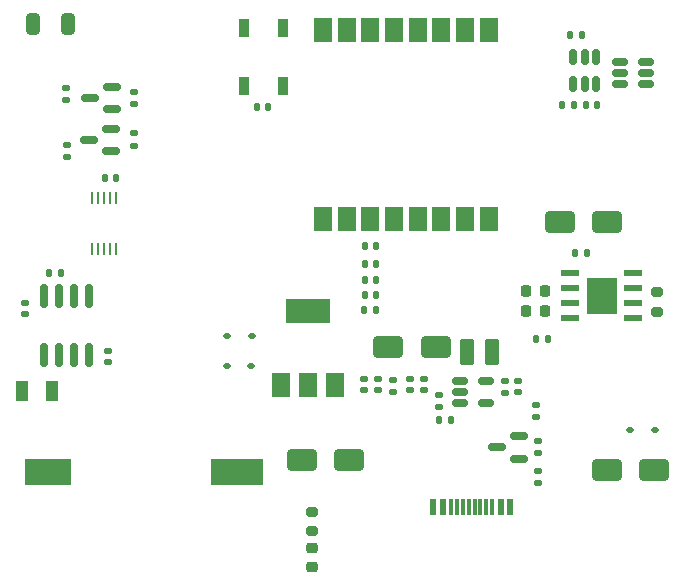
<source format=gtp>
G04 #@! TF.GenerationSoftware,KiCad,Pcbnew,7.0.7*
G04 #@! TF.CreationDate,2023-12-10T12:49:09-04:00*
G04 #@! TF.ProjectId,Pi hat LoRa,50692068-6174-4204-9c6f-52612e6b6963,rev?*
G04 #@! TF.SameCoordinates,Original*
G04 #@! TF.FileFunction,Paste,Top*
G04 #@! TF.FilePolarity,Positive*
%FSLAX46Y46*%
G04 Gerber Fmt 4.6, Leading zero omitted, Abs format (unit mm)*
G04 Created by KiCad (PCBNEW 7.0.7) date 2023-12-10 12:49:09*
%MOMM*%
%LPD*%
G01*
G04 APERTURE LIST*
G04 Aperture macros list*
%AMRoundRect*
0 Rectangle with rounded corners*
0 $1 Rounding radius*
0 $2 $3 $4 $5 $6 $7 $8 $9 X,Y pos of 4 corners*
0 Add a 4 corners polygon primitive as box body*
4,1,4,$2,$3,$4,$5,$6,$7,$8,$9,$2,$3,0*
0 Add four circle primitives for the rounded corners*
1,1,$1+$1,$2,$3*
1,1,$1+$1,$4,$5*
1,1,$1+$1,$6,$7*
1,1,$1+$1,$8,$9*
0 Add four rect primitives between the rounded corners*
20,1,$1+$1,$2,$3,$4,$5,0*
20,1,$1+$1,$4,$5,$6,$7,0*
20,1,$1+$1,$6,$7,$8,$9,0*
20,1,$1+$1,$8,$9,$2,$3,0*%
G04 Aperture macros list end*
%ADD10RoundRect,0.135000X0.185000X-0.135000X0.185000X0.135000X-0.185000X0.135000X-0.185000X-0.135000X0*%
%ADD11RoundRect,0.150000X-0.150000X0.512500X-0.150000X-0.512500X0.150000X-0.512500X0.150000X0.512500X0*%
%ADD12RoundRect,0.140000X-0.170000X0.140000X-0.170000X-0.140000X0.170000X-0.140000X0.170000X0.140000X0*%
%ADD13R,1.500000X2.000000*%
%ADD14RoundRect,0.218750X0.218750X0.256250X-0.218750X0.256250X-0.218750X-0.256250X0.218750X-0.256250X0*%
%ADD15RoundRect,0.200000X-0.275000X0.200000X-0.275000X-0.200000X0.275000X-0.200000X0.275000X0.200000X0*%
%ADD16RoundRect,0.140000X0.140000X0.170000X-0.140000X0.170000X-0.140000X-0.170000X0.140000X-0.170000X0*%
%ADD17RoundRect,0.140000X0.170000X-0.140000X0.170000X0.140000X-0.170000X0.140000X-0.170000X-0.140000X0*%
%ADD18RoundRect,0.135000X-0.135000X-0.185000X0.135000X-0.185000X0.135000X0.185000X-0.135000X0.185000X0*%
%ADD19RoundRect,0.218750X0.256250X-0.218750X0.256250X0.218750X-0.256250X0.218750X-0.256250X-0.218750X0*%
%ADD20RoundRect,0.150000X0.150000X-0.825000X0.150000X0.825000X-0.150000X0.825000X-0.150000X-0.825000X0*%
%ADD21RoundRect,0.135000X-0.185000X0.135000X-0.185000X-0.135000X0.185000X-0.135000X0.185000X0.135000X0*%
%ADD22RoundRect,0.250000X0.325000X0.650000X-0.325000X0.650000X-0.325000X-0.650000X0.325000X-0.650000X0*%
%ADD23RoundRect,0.150000X0.587500X0.150000X-0.587500X0.150000X-0.587500X-0.150000X0.587500X-0.150000X0*%
%ADD24RoundRect,0.112500X-0.187500X-0.112500X0.187500X-0.112500X0.187500X0.112500X-0.187500X0.112500X0*%
%ADD25RoundRect,0.150000X-0.512500X-0.150000X0.512500X-0.150000X0.512500X0.150000X-0.512500X0.150000X0*%
%ADD26R,2.600000X3.100000*%
%ADD27R,1.550000X0.600000*%
%ADD28R,0.600000X1.450000*%
%ADD29R,0.300000X1.450000*%
%ADD30R,1.000000X1.800000*%
%ADD31RoundRect,0.250000X-1.000000X-0.650000X1.000000X-0.650000X1.000000X0.650000X-1.000000X0.650000X0*%
%ADD32R,0.250000X1.100000*%
%ADD33RoundRect,0.140000X-0.140000X-0.170000X0.140000X-0.170000X0.140000X0.170000X-0.140000X0.170000X0*%
%ADD34RoundRect,0.135000X0.135000X0.185000X-0.135000X0.185000X-0.135000X-0.185000X0.135000X-0.185000X0*%
%ADD35R,3.800000X2.000000*%
%ADD36R,4.400000X2.200000*%
%ADD37R,4.000000X2.200000*%
%ADD38RoundRect,0.112500X0.187500X0.112500X-0.187500X0.112500X-0.187500X-0.112500X0.187500X-0.112500X0*%
%ADD39RoundRect,0.250000X1.000000X0.650000X-1.000000X0.650000X-1.000000X-0.650000X1.000000X-0.650000X0*%
%ADD40RoundRect,0.250000X0.375000X0.850000X-0.375000X0.850000X-0.375000X-0.850000X0.375000X-0.850000X0*%
%ADD41R,0.900000X1.500000*%
G04 APERTURE END LIST*
D10*
X147187500Y-88822500D03*
X147187500Y-87802500D03*
D11*
X152070000Y-55282500D03*
X151120000Y-55282500D03*
X150170000Y-55282500D03*
X150170000Y-57557500D03*
X151120000Y-57557500D03*
X152070000Y-57557500D03*
D12*
X132400000Y-82500000D03*
X132400000Y-83460000D03*
D13*
X128980000Y-69000000D03*
X130980000Y-69000000D03*
X132980000Y-69000000D03*
X134980000Y-69000000D03*
X136980000Y-69000000D03*
X138980000Y-69000000D03*
X140980000Y-69000000D03*
X142980000Y-69000000D03*
X142980000Y-53000000D03*
X140980000Y-53000000D03*
X138980000Y-53000000D03*
X136980000Y-53000000D03*
X134980000Y-53000000D03*
X132980000Y-53000000D03*
X130980000Y-53000000D03*
X128980000Y-53000000D03*
D12*
X103720000Y-76070000D03*
X103720000Y-77030000D03*
D14*
X147727500Y-75030000D03*
X146152500Y-75030000D03*
D15*
X157240000Y-75180000D03*
X157240000Y-76830000D03*
D16*
X133470000Y-74150000D03*
X132510000Y-74150000D03*
X133480000Y-72750000D03*
X132520000Y-72750000D03*
D17*
X110735000Y-81080000D03*
X110735000Y-80120000D03*
D18*
X105775000Y-73550000D03*
X106795000Y-73550000D03*
D19*
X128000000Y-98425000D03*
X128000000Y-96850000D03*
D20*
X105345000Y-80475000D03*
X106615000Y-80475000D03*
X107885000Y-80475000D03*
X109155000Y-80475000D03*
X109155000Y-75525000D03*
X107885000Y-75525000D03*
X106615000Y-75525000D03*
X105345000Y-75525000D03*
D21*
X113000000Y-58250000D03*
X113000000Y-59270000D03*
D22*
X107375000Y-52500000D03*
X104425000Y-52500000D03*
D23*
X111037500Y-63210000D03*
X111037500Y-61310000D03*
X109162500Y-62260000D03*
D24*
X120850000Y-78900000D03*
X122950000Y-78900000D03*
D23*
X145537500Y-89262500D03*
X145537500Y-87362500D03*
X143662500Y-88312500D03*
D25*
X140525000Y-82690000D03*
X140525000Y-83640000D03*
X140525000Y-84590000D03*
X142800000Y-84590000D03*
X142800000Y-82690000D03*
D21*
X147200000Y-90290000D03*
X147200000Y-91310000D03*
D26*
X152550000Y-75450000D03*
D27*
X155250000Y-77355000D03*
X155250000Y-76085000D03*
X155250000Y-74815000D03*
X155250000Y-73545000D03*
X149850000Y-73545000D03*
X149850000Y-74815000D03*
X149850000Y-76085000D03*
X149850000Y-77355000D03*
D10*
X107200000Y-58910000D03*
X107200000Y-57890000D03*
D28*
X138300000Y-93315000D03*
X139100000Y-93315000D03*
D29*
X140300000Y-93315000D03*
X141300000Y-93315000D03*
X141800000Y-93315000D03*
X142800000Y-93315000D03*
D28*
X144000000Y-93315000D03*
X144800000Y-93315000D03*
X144800000Y-93315000D03*
X144000000Y-93315000D03*
D29*
X143300000Y-93315000D03*
X142300000Y-93315000D03*
X140800000Y-93315000D03*
X139800000Y-93315000D03*
D28*
X139100000Y-93315000D03*
X138300000Y-93315000D03*
D21*
X107300000Y-62690000D03*
X107300000Y-63710000D03*
D18*
X149840000Y-53400000D03*
X150860000Y-53400000D03*
D16*
X133480000Y-71300000D03*
X132520000Y-71300000D03*
D12*
X137500000Y-82520000D03*
X137500000Y-83480000D03*
D21*
X147000000Y-84690000D03*
X147000000Y-85710000D03*
D17*
X144400000Y-83680000D03*
X144400000Y-82720000D03*
D30*
X103500000Y-83500000D03*
X106000000Y-83500000D03*
D12*
X145500000Y-82670000D03*
X145500000Y-83630000D03*
D31*
X127200000Y-89400000D03*
X131200000Y-89400000D03*
D24*
X120800000Y-81400000D03*
X122900000Y-81400000D03*
D25*
X154075000Y-55650000D03*
X154075000Y-56600000D03*
X154075000Y-57550000D03*
X156350000Y-57550000D03*
X156350000Y-56600000D03*
X156350000Y-55650000D03*
D32*
X109400000Y-71500000D03*
X109900000Y-71500000D03*
X110400000Y-71500000D03*
X110900000Y-71500000D03*
X111400000Y-71500000D03*
X111400000Y-67200000D03*
X110900000Y-67200000D03*
X110400000Y-67200000D03*
X109900000Y-67200000D03*
X109400000Y-67200000D03*
D31*
X149000000Y-69200000D03*
X153000000Y-69200000D03*
D23*
X111100000Y-59660000D03*
X111100000Y-57760000D03*
X109225000Y-58710000D03*
D14*
X147727500Y-76780000D03*
X146152500Y-76780000D03*
D12*
X134900000Y-82620000D03*
X134900000Y-83580000D03*
D33*
X123340000Y-59500000D03*
X124300000Y-59500000D03*
D18*
X149190000Y-59300000D03*
X150210000Y-59300000D03*
D33*
X150340000Y-71830000D03*
X151300000Y-71830000D03*
D12*
X136300000Y-82520000D03*
X136300000Y-83480000D03*
D33*
X110520000Y-65500000D03*
X111480000Y-65500000D03*
D34*
X139810000Y-86000000D03*
X138790000Y-86000000D03*
D13*
X125400000Y-83050000D03*
X127700000Y-83050000D03*
D35*
X127700000Y-76750000D03*
D13*
X130000000Y-83050000D03*
D36*
X121650000Y-90400000D03*
D37*
X105650000Y-90400000D03*
D38*
X157050000Y-86800000D03*
X154950000Y-86800000D03*
D33*
X151220000Y-59300000D03*
X152180000Y-59300000D03*
D39*
X157000000Y-90200000D03*
X153000000Y-90200000D03*
D40*
X143300000Y-80200000D03*
X141150000Y-80200000D03*
D16*
X133430000Y-76650000D03*
X132470000Y-76650000D03*
D21*
X113000000Y-61730000D03*
X113000000Y-62750000D03*
D15*
X128000000Y-93775000D03*
X128000000Y-95425000D03*
D41*
X122300000Y-57680000D03*
X125600000Y-57680000D03*
X125600000Y-52780000D03*
X122300000Y-52780000D03*
D31*
X134500000Y-79800000D03*
X138500000Y-79800000D03*
D12*
X133600000Y-82500000D03*
X133600000Y-83460000D03*
D18*
X146990000Y-79100000D03*
X148010000Y-79100000D03*
D16*
X133450000Y-75400000D03*
X132490000Y-75400000D03*
D21*
X138800000Y-83890000D03*
X138800000Y-84910000D03*
M02*

</source>
